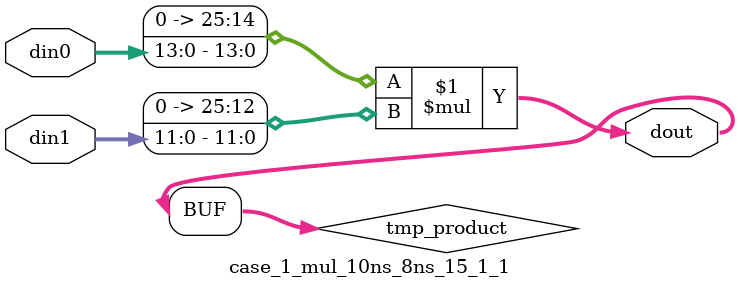
<source format=v>

`timescale 1 ns / 1 ps

 (* use_dsp = "no" *)  module case_1_mul_10ns_8ns_15_1_1(din0, din1, dout);
parameter ID = 1;
parameter NUM_STAGE = 0;
parameter din0_WIDTH = 14;
parameter din1_WIDTH = 12;
parameter dout_WIDTH = 26;

input [din0_WIDTH - 1 : 0] din0; 
input [din1_WIDTH - 1 : 0] din1; 
output [dout_WIDTH - 1 : 0] dout;

wire signed [dout_WIDTH - 1 : 0] tmp_product;
























assign tmp_product = $signed({1'b0, din0}) * $signed({1'b0, din1});











assign dout = tmp_product;





















endmodule

</source>
